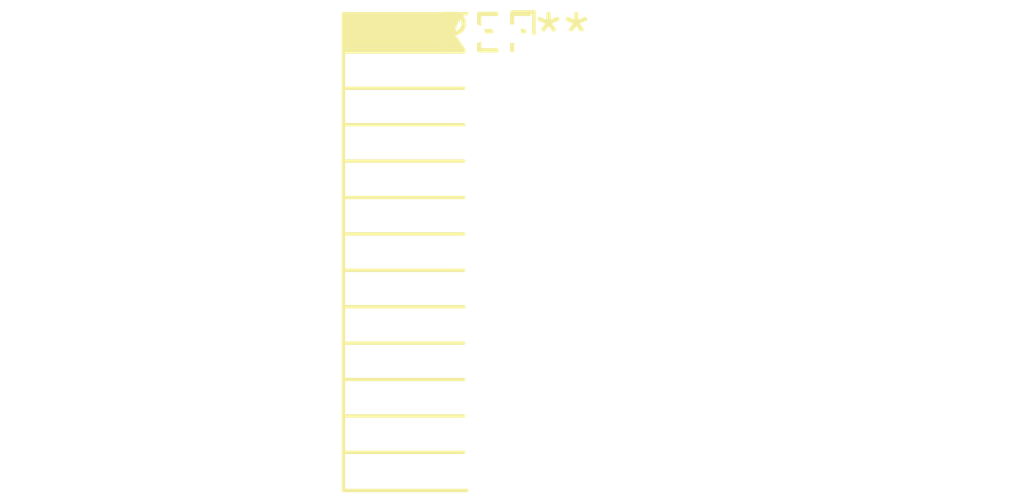
<source format=kicad_pcb>
(kicad_pcb (version 20240108) (generator pcbnew)
  (layers (0 "F.Cu" signal) (31 "B.Cu" signal) (34 "B.Paste" user) (35 "F.Paste" user) (36 "B.SilkS" user "B.Silkscreen") (37 "F.SilkS" user "F.Silkscreen") (38 "B.Mask" user) (39 "F.Mask" user) (44 "Edge.Cuts" user))
  (net 0 "")
  (footprint "PinSocket_2x13_P1.27mm_Horizontal" (layer "F.Cu") (at 0 0)
    (property "Reference" "REF**")
    (property "Value" "PinSocket_2x13_P1.27mm_Horizontal")
    (fp_line (start -5.88 -0.695) (end -5.88 15.935) (layer "F.SilkS") (stroke (width 0.12)))
    (fp_line (start -5.88 -0.695) (end -1.57753 -0.695) (layer "F.SilkS") (stroke (width 0.12)))
    (fp_line (start -5.88 -0.575) (end -1.766966 -0.575) (layer "F.SilkS") (stroke (width 0.12)))
    (fp_line (start -5.88 -0.465) (end -1.871145 -0.465) (layer "F.SilkS") (stroke (width 0.12)))
    (fp_line (start -5.88 -0.355) (end -1.941993 -0.355) (layer "F.SilkS") (stroke (width 0.12)))
    (fp_line (start -5.88 -0.245) (end -1.989427 -0.245) (layer "F.SilkS") (stroke (width 0.12)))
    (fp_line (start -5.88 -0.135) (end -2.017914 -0.135) (layer "F.SilkS") (stroke (width 0.12)))
    (fp_line (start -5.88 -0.025) (end -2.029589 -0.025) (layer "F.SilkS") (stroke (width 0.12)))
    (fp_line (start -5.88 0.085) (end -2.025232 0.085) (layer "F.SilkS") (stroke (width 0.12)))
    (fp_line (start -5.88 0.195) (end -2.004558 0.195) (layer "F.SilkS") (stroke (width 0.12)))
    (fp_line (start -5.88 0.305) (end -1.966114 0.305) (layer "F.SilkS") (stroke (width 0.12)))
    (fp_line (start -5.88 0.415) (end -1.906691 0.415) (layer "F.SilkS") (stroke (width 0.12)))
    (fp_line (start -5.88 0.525) (end -1.819523 0.525) (layer "F.SilkS") (stroke (width 0.12)))
    (fp_line (start -5.88 0.635) (end -1.687582 0.635) (layer "F.SilkS") (stroke (width 0.12)))
    (fp_line (start -5.88 1.905) (end -1.687582 1.905) (layer "F.SilkS") (stroke (width 0.12)))
    (fp_line (start -5.88 3.175) (end -1.687582 3.175) (layer "F.SilkS") (stroke (width 0.12)))
    (fp_line (start -5.88 4.445) (end -1.687582 4.445) (layer "F.SilkS") (stroke (width 0.12)))
    (fp_line (start -5.88 5.715) (end -1.687582 5.715) (layer "F.SilkS") (stroke (width 0.12)))
    (fp_line (start -5.88 6.985) (end -1.687582 6.985) (layer "F.SilkS") (stroke (width 0.12)))
    (fp_line (start -5.88 8.255) (end -1.687582 8.255) (layer "F.SilkS") (stroke (width 0.12)))
    (fp_line (start -5.88 9.525) (end -1.687582 9.525) (layer "F.SilkS") (stroke (width 0.12)))
    (fp_line (start -5.88 10.795) (end -1.687582 10.795) (layer "F.SilkS") (stroke (width 0.12)))
    (fp_line (start -5.88 12.065) (end -1.687582 12.065) (layer "F.SilkS") (stroke (width 0.12)))
    (fp_line (start -5.88 13.335) (end -1.687582 13.335) (layer "F.SilkS") (stroke (width 0.12)))
    (fp_line (start -5.88 14.605) (end -1.687582 14.605) (layer "F.SilkS") (stroke (width 0.12)))
    (fp_line (start -5.88 15.935) (end -1.57753 15.935) (layer "F.SilkS") (stroke (width 0.12)))
    (fp_line (start 0 -0.76) (end 0.76 -0.76) (layer "F.SilkS") (stroke (width 0.12)))
    (fp_line (start 0.76 -0.76) (end 0.76 0) (layer "F.SilkS") (stroke (width 0.12)))
    (pad "1" thru_hole rect (at 0 0) (size 1 1) (drill 0.65) (layers *.Cu *.Mask) (remove_unused_layers))
    (pad "2" thru_hole oval (at -1.27 0) (size 1 1) (drill 0.65) (layers *.Cu *.Mask) (remove_unused_layers))
    (pad "3" thru_hole oval (at 0 1.27) (size 1 1) (drill 0.65) (layers *.Cu *.Mask) (remove_unused_layers))
    (pad "4" thru_hole oval (at -1.27 1.27) (size 1 1) (drill 0.65) (layers *.Cu *.Mask) (remove_unused_layers))
    (pad "5" thru_hole oval (at 0 2.54) (size 1 1) (drill 0.65) (layers *.Cu *.Mask) (remove_unused_layers))
    (pad "6" thru_hole oval (at -1.27 2.54) (size 1 1) (drill 0.65) (layers *.Cu *.Mask) (remove_unused_layers))
    (pad "7" thru_hole oval (at 0 3.81) (size 1 1) (drill 0.65) (layers *.Cu *.Mask) (remove_unused_layers))
    (pad "8" thru_hole oval (at -1.27 3.81) (size 1 1) (drill 0.65) (layers *.Cu *.Mask) (remove_unused_layers))
    (pad "9" thru_hole oval (at 0 5.08) (size 1 1) (drill 0.65) (layers *.Cu *.Mask) (remove_unused_layers))
    (pad "10" thru_hole oval (at -1.27 5.08) (size 1 1) (drill 0.65) (layers *.Cu *.Mask) (remove_unused_layers))
    (pad "11" thru_hole oval (at 0 6.35) (size 1 1) (drill 0.65) (layers *.Cu *.Mask) (remove_unused_layers))
    (pad "12" thru_hole oval (at -1.27 6.35) (size 1 1) (drill 0.65) (layers *.Cu *.Mask) (remove_unused_layers))
    (pad "13" thru_hole oval (at 0 7.62) (size 1 1) (drill 0.65) (layers *.Cu *.Mask) (remove_unused_layers))
    (pad "14" thru_hole oval (at -1.27 7.62) (size 1 1) (drill 0.65) (layers *.Cu *.Mask) (remove_unused_layers))
    (pad "15" thru_hole oval (at 0 8.89) (size 1 1) (drill 0.65) (layers *.Cu *.Mask) (remove_unused_layers))
    (pad "16" thru_hole oval (at -1.27 8.89) (size 1 1) (drill 0.65) (layers *.Cu *.Mask) (remove_unused_layers))
    (pad "17" thru_hole oval (at 0 10.16) (size 1 1) (drill 0.65) (layers *.Cu *.Mask) (remove_unused_layers))
    (pad "18" thru_hole oval (at -1.27 10.16) (size 1 1) (drill 0.65) (layers *.Cu *.Mask) (remove_unused_layers))
    (pad "19" thru_hole oval (at 0 11.43) (size 1 1) (drill 0.65) (layers *.Cu *.Mask) (remove_unused_layers))
    (pad "20" thru_hole oval (at -1.27 11.43) (size 1 1) (drill 0.65) (layers *.Cu *.Mask) (remove_unused_layers))
    (pad "21" thru_hole oval (at 0 12.7) (size 1 1) (drill 0.65) (layers *.Cu *.Mask) (remove_unused_layers))
    (pad "22" thru_hole oval (at -1.27 12.7) (size 1 1) (drill 0.65) (layers *.Cu *.Mask) (remove_unused_layers))
    (pad "23" thru_hole oval (at 0 13.97) (size 1 1) (drill 0.65) (layers *.Cu *.Mask) (remove_unused_layers))
    (pad "24" thru_hole oval (at -1.27 13.97) (size 1 1) (drill 0.65) (layers *.Cu *.Mask) (remove_unused_layers))
    (pad "25" thru_hole oval (at 0 15.24) (size 1 1) (drill 0.65) (layers *.Cu *.Mask) (remove_unused_layers))
    (pad "26" thru_hole oval (at -1.27 15.24) (size 1 1) (drill 0.65) (layers *.Cu *.Mask) (remove_unused_layers))
  )
)
</source>
